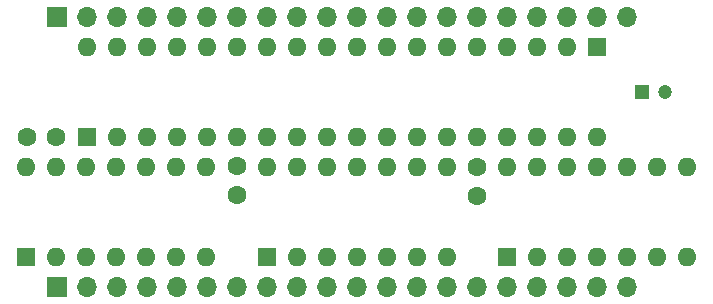
<source format=gbs>
G04 #@! TF.GenerationSoftware,KiCad,Pcbnew,(6.0.11-0)*
G04 #@! TF.CreationDate,2023-06-10T21:35:02+02:00*
G04 #@! TF.ProjectId,debug_leds,64656275-675f-46c6-9564-732e6b696361,REV*
G04 #@! TF.SameCoordinates,Original*
G04 #@! TF.FileFunction,Soldermask,Bot*
G04 #@! TF.FilePolarity,Negative*
%FSLAX46Y46*%
G04 Gerber Fmt 4.6, Leading zero omitted, Abs format (unit mm)*
G04 Created by KiCad (PCBNEW (6.0.11-0)) date 2023-06-10 21:35:02*
%MOMM*%
%LPD*%
G01*
G04 APERTURE LIST*
%ADD10R,1.700000X1.700000*%
%ADD11O,1.700000X1.700000*%
%ADD12O,1.600000X1.600000*%
%ADD13R,1.600000X1.600000*%
%ADD14C,1.600000*%
%ADD15R,1.200000X1.200000*%
%ADD16C,1.200000*%
G04 APERTURE END LIST*
D10*
X105410000Y-52070000D03*
D11*
X107950000Y-52070000D03*
X110490000Y-52070000D03*
X113030000Y-52070000D03*
X115570000Y-52070000D03*
X118110000Y-52070000D03*
X120650000Y-52070000D03*
X123190000Y-52070000D03*
X125730000Y-52070000D03*
X128270000Y-52070000D03*
X130810000Y-52070000D03*
X133350000Y-52070000D03*
X135890000Y-52070000D03*
X138430000Y-52070000D03*
X140970000Y-52070000D03*
X143510000Y-52070000D03*
X146050000Y-52070000D03*
X148590000Y-52070000D03*
X151130000Y-52070000D03*
X153670000Y-52070000D03*
D10*
X105410000Y-74930000D03*
D11*
X107950000Y-74930000D03*
X110490000Y-74930000D03*
X113030000Y-74930000D03*
X115570000Y-74930000D03*
X118110000Y-74930000D03*
X120650000Y-74930000D03*
X123190000Y-74930000D03*
X125730000Y-74930000D03*
X128270000Y-74930000D03*
X130810000Y-74930000D03*
X133350000Y-74930000D03*
X135890000Y-74930000D03*
X138430000Y-74930000D03*
X140970000Y-74930000D03*
X143510000Y-74930000D03*
X146050000Y-74930000D03*
X148590000Y-74930000D03*
X151130000Y-74930000D03*
X153670000Y-74930000D03*
D12*
X123190000Y-64770000D03*
X125730000Y-64770000D03*
X128270000Y-64770000D03*
X130810000Y-64770000D03*
X133350000Y-64770000D03*
X135890000Y-64770000D03*
X138430000Y-64770000D03*
X138430000Y-72390000D03*
X135890000Y-72390000D03*
X133350000Y-72390000D03*
X130810000Y-72390000D03*
X128270000Y-72390000D03*
X125730000Y-72390000D03*
D13*
X123190000Y-72390000D03*
D12*
X143510000Y-64770000D03*
X146050000Y-64770000D03*
X148590000Y-64770000D03*
X151130000Y-64770000D03*
X153670000Y-64770000D03*
X156210000Y-64770000D03*
X158750000Y-64770000D03*
X158750000Y-72390000D03*
X156210000Y-72390000D03*
X153670000Y-72390000D03*
X151130000Y-72390000D03*
X148590000Y-72390000D03*
X146050000Y-72390000D03*
D13*
X143510000Y-72390000D03*
X102860000Y-72390000D03*
D12*
X105400000Y-72390000D03*
X107940000Y-72390000D03*
X110480000Y-72390000D03*
X113020000Y-72390000D03*
X115560000Y-72390000D03*
X118100000Y-72390000D03*
X118100000Y-64770000D03*
X115560000Y-64770000D03*
X113020000Y-64770000D03*
X110480000Y-64770000D03*
X107940000Y-64770000D03*
X105400000Y-64770000D03*
X102860000Y-64770000D03*
X151130000Y-62230000D03*
X148590000Y-62230000D03*
X146050000Y-62230000D03*
X143510000Y-62230000D03*
X140970000Y-62230000D03*
X138430000Y-62230000D03*
X135890000Y-62230000D03*
X133350000Y-62230000D03*
X133350000Y-54610000D03*
X135890000Y-54610000D03*
X138430000Y-54610000D03*
X140970000Y-54610000D03*
X143510000Y-54610000D03*
X146050000Y-54610000D03*
X148590000Y-54610000D03*
D13*
X151130000Y-54610000D03*
D12*
X107950000Y-54610000D03*
X110490000Y-54610000D03*
X113030000Y-54610000D03*
X115570000Y-54610000D03*
X118110000Y-54610000D03*
X120650000Y-54610000D03*
X123190000Y-54610000D03*
X125730000Y-54610000D03*
X128270000Y-54610000D03*
X130810000Y-54610000D03*
X130810000Y-62230000D03*
X128270000Y-62230000D03*
X125730000Y-62230000D03*
X123190000Y-62230000D03*
X120650000Y-62230000D03*
X118110000Y-62230000D03*
X115570000Y-62230000D03*
X113030000Y-62230000D03*
X110490000Y-62230000D03*
D13*
X107950000Y-62230000D03*
D14*
X140970000Y-64770000D03*
X140970000Y-67270000D03*
D15*
X154940000Y-58420000D03*
D16*
X156940000Y-58420000D03*
D14*
X102870000Y-62230000D03*
X105370000Y-62230000D03*
X120650000Y-64680000D03*
X120650000Y-67180000D03*
M02*

</source>
